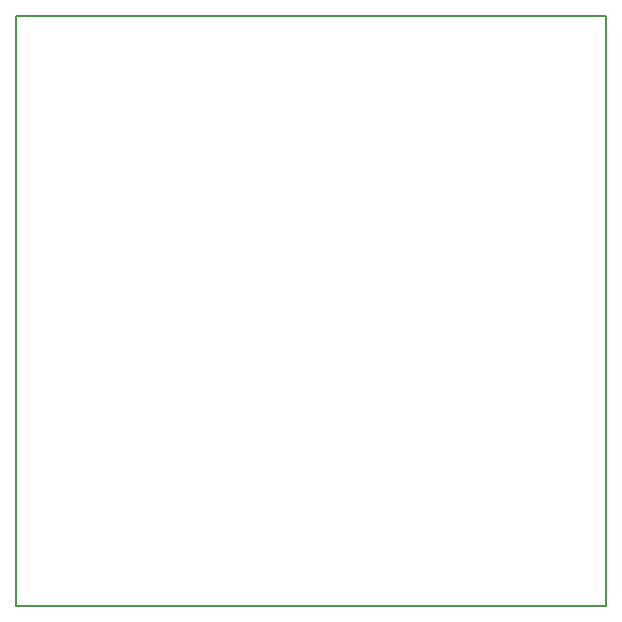
<source format=gm1>
G04 #@! TF.FileFunction,Profile,NP*
%FSLAX46Y46*%
G04 Gerber Fmt 4.6, Leading zero omitted, Abs format (unit mm)*
G04 Created by KiCad (PCBNEW 4.0.2-stable) date 3/15/2016 10:46:09 PM*
%MOMM*%
G01*
G04 APERTURE LIST*
%ADD10C,0.100000*%
%ADD11C,0.150000*%
G04 APERTURE END LIST*
D10*
D11*
X100000000Y-50000000D02*
X100000000Y-100000000D01*
X150000000Y-50000000D02*
X100000000Y-50000000D01*
X150000000Y-100000000D02*
X150000000Y-50000000D01*
X100000000Y-100000000D02*
X150000000Y-100000000D01*
M02*

</source>
